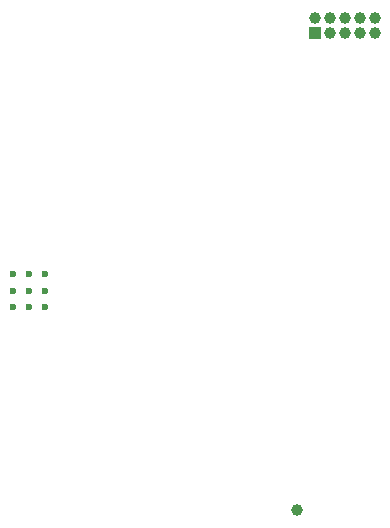
<source format=gbr>
%TF.GenerationSoftware,KiCad,Pcbnew,9.0.1-9.0.1-0~ubuntu24.04.1*%
%TF.CreationDate,2025-04-27T22:25:51-07:00*%
%TF.ProjectId,CAN-IO-expander,43414e2d-494f-42d6-9578-70616e646572,1*%
%TF.SameCoordinates,Original*%
%TF.FileFunction,Copper,L2,Inr*%
%TF.FilePolarity,Positive*%
%FSLAX46Y46*%
G04 Gerber Fmt 4.6, Leading zero omitted, Abs format (unit mm)*
G04 Created by KiCad (PCBNEW 9.0.1-9.0.1-0~ubuntu24.04.1) date 2025-04-27 22:25:51*
%MOMM*%
%LPD*%
G01*
G04 APERTURE LIST*
%TA.AperFunction,ComponentPad*%
%ADD10C,1.000000*%
%TD*%
%TA.AperFunction,ComponentPad*%
%ADD11C,0.600000*%
%TD*%
%TA.AperFunction,ComponentPad*%
%ADD12R,1.000000X1.000000*%
%TD*%
G04 APERTURE END LIST*
D10*
%TO.N,Net-(U4-CLKO{slash}SOF)*%
%TO.C,TP1*%
X266217000Y-160961000D03*
%TD*%
D11*
%TO.N,GND*%
%TO.C,U1*%
X242162000Y-141056000D03*
X242162000Y-142431000D03*
X242162000Y-143806000D03*
X243537000Y-141056000D03*
X243537000Y-142431000D03*
X243537000Y-143806000D03*
X244912000Y-141056000D03*
X244912000Y-142431000D03*
X244912000Y-143806000D03*
%TD*%
D12*
%TO.N,/USB_D-*%
%TO.C,J1*%
X267716000Y-120650000D03*
D10*
%TO.N,/USB_D+*%
X267716000Y-119380000D03*
%TO.N,/USB_5V*%
X268986000Y-120650000D03*
%TO.N,/SWCLK*%
X268986000Y-119380000D03*
%TO.N,GND*%
X270256000Y-120650000D03*
%TO.N,/SWD*%
X270256000Y-119380000D03*
%TO.N,GND*%
X271526000Y-120650000D03*
%TO.N,/~{USB_BOOT}*%
X271526000Y-119380000D03*
%TO.N,GND*%
X272796000Y-120650000D03*
%TO.N,/~{RESET}*%
X272796000Y-119380000D03*
%TD*%
M02*

</source>
